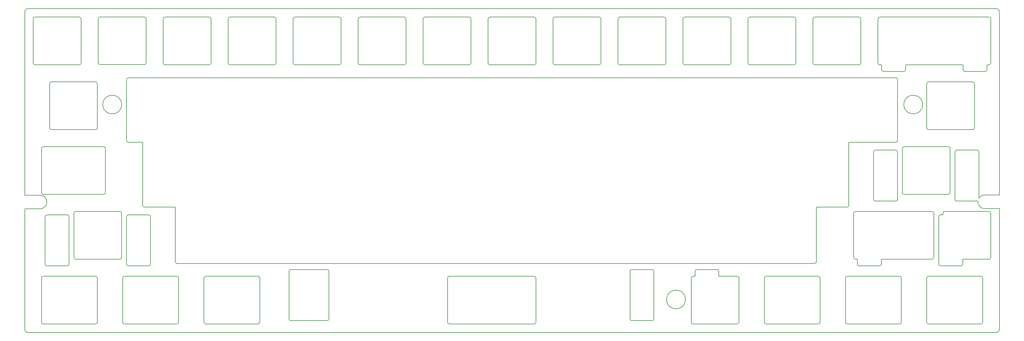
<source format=gbr>
G04 #@! TF.GenerationSoftware,KiCad,Pcbnew,(5.1.4)-1*
G04 #@! TF.CreationDate,2020-12-24T00:10:24-08:00*
G04 #@! TF.ProjectId,Nodu_Plate,4e6f6475-5f50-46c6-9174-652e6b696361,rev?*
G04 #@! TF.SameCoordinates,Original*
G04 #@! TF.FileFunction,Profile,NP*
%FSLAX46Y46*%
G04 Gerber Fmt 4.6, Leading zero omitted, Abs format (unit mm)*
G04 Created by KiCad (PCBNEW (5.1.4)-1) date 2020-12-24 00:10:24*
%MOMM*%
%LPD*%
G04 APERTURE LIST*
%ADD10C,0.200000*%
G04 APERTURE END LIST*
D10*
X260980750Y-68275000D02*
X260980749Y-54275000D01*
X261480749Y-68774999D02*
G75*
G02X260980750Y-68275000I0J499999D01*
G01*
X267480750Y-68775000D02*
X261480750Y-68775000D01*
X267980751Y-68274999D02*
G75*
G02X267480750Y-68775000I-500001J0D01*
G01*
X267980750Y-54275000D02*
X267980750Y-68275000D01*
X267480751Y-53774999D02*
G75*
G02X267980750Y-54275000I-1J-500000D01*
G01*
X261480750Y-53775000D02*
X267480750Y-53775000D01*
X260980750Y-54275000D02*
G75*
G02X261480750Y-53775000I500000J0D01*
G01*
X41969250Y-87325000D02*
X41969249Y-73325000D01*
X42469250Y-87824998D02*
G75*
G02X41969250Y-87325000I-1J499999D01*
G01*
X48469250Y-87825000D02*
X42469250Y-87824999D01*
X48969250Y-87325000D02*
G75*
G02X48469250Y-87825000I-500000J0D01*
G01*
X48969250Y-73325000D02*
X48969250Y-87325000D01*
X48469250Y-72825000D02*
G75*
G02X48969250Y-73325000I0J-500000D01*
G01*
X42469250Y-72825000D02*
X48469250Y-72825000D01*
X41969249Y-73324999D02*
G75*
G02X42469250Y-72825000I500000J-1D01*
G01*
X167025000Y-28174999D02*
X167025000Y-15175000D01*
X167525000Y-28674999D02*
G75*
G02X167025000Y-28174999I0J500000D01*
G01*
X180525000Y-28675000D02*
X167525000Y-28675000D01*
X181025000Y-28174998D02*
G75*
G02X180525000Y-28675000I-500001J-1D01*
G01*
X181025000Y-15175000D02*
X181025000Y-28174999D01*
X180525001Y-14674999D02*
G75*
G02X181025000Y-15175000I-1J-500000D01*
G01*
X167525000Y-14675000D02*
X180525000Y-14674999D01*
X167025000Y-15175000D02*
G75*
G02X167525000Y-14675000I500000J0D01*
G01*
X18093250Y-87325000D02*
X18093250Y-73325000D01*
X18593249Y-87824999D02*
G75*
G02X18093250Y-87325000I0J499999D01*
G01*
X24593250Y-87825000D02*
X18593250Y-87825000D01*
X25093250Y-87325000D02*
G75*
G02X24593250Y-87825000I-500000J0D01*
G01*
X25093250Y-73325000D02*
X25093250Y-87325000D01*
X24593250Y-72825000D02*
G75*
G02X25093250Y-73325000I0J-500000D01*
G01*
X18593250Y-72825000D02*
X24593249Y-72825000D01*
X18093250Y-73325000D02*
G75*
G02X18593250Y-72825000I500000J0D01*
G01*
X52725000Y-28174999D02*
X52725000Y-15175000D01*
X53224999Y-28674998D02*
G75*
G02X52725000Y-28174999I0J499999D01*
G01*
X66225000Y-28675000D02*
X53225000Y-28674999D01*
X66725000Y-28175000D02*
G75*
G02X66225000Y-28675000I-500000J0D01*
G01*
X66725000Y-15175000D02*
X66725000Y-28174999D01*
X66225001Y-14674999D02*
G75*
G02X66725000Y-15175000I-1J-500000D01*
G01*
X53225000Y-14675000D02*
X66225000Y-14675000D01*
X52725000Y-15175000D02*
G75*
G02X53225000Y-14675000I500000J0D01*
G01*
X276562499Y-47225000D02*
X276562499Y-34225000D01*
X277062499Y-47725000D02*
G75*
G02X276562499Y-47225000I0J500000D01*
G01*
X290062500Y-47725000D02*
X277062499Y-47725000D01*
X290562500Y-47224998D02*
G75*
G02X290062500Y-47725000I-500001J-1D01*
G01*
X290562500Y-34225000D02*
X290562500Y-47225000D01*
X290062500Y-33725000D02*
G75*
G02X290562500Y-34225000I0J-500000D01*
G01*
X277062499Y-33725000D02*
X290062500Y-33724999D01*
X276562499Y-34225000D02*
G75*
G02X277062499Y-33725000I500000J0D01*
G01*
X71775000Y-28174999D02*
X71775000Y-15175000D01*
X72274999Y-28675000D02*
G75*
G02X71775000Y-28174999I1J500000D01*
G01*
X85275000Y-28675000D02*
X72274999Y-28675000D01*
X85775001Y-28174999D02*
G75*
G02X85275000Y-28675000I-500001J0D01*
G01*
X85775000Y-15175000D02*
X85775000Y-28174999D01*
X85274999Y-14674999D02*
G75*
G02X85775000Y-15175000I0J-500001D01*
G01*
X72275000Y-14675000D02*
X85274999Y-14675000D01*
X71775001Y-15174999D02*
G75*
G02X72275000Y-14675000I499999J0D01*
G01*
X293550000Y-70971250D02*
G75*
G02X291564637Y-68729733I1J2000000D01*
G01*
X297850000Y-70971250D02*
X293550001Y-70971250D01*
X297850000Y-106399999D02*
X297850000Y-70971250D01*
X297850000Y-106400000D02*
G75*
G02X296850000Y-107400000I-1000000J0D01*
G01*
X13100000Y-107400000D02*
X296850000Y-107400000D01*
X13100001Y-107399999D02*
G75*
G02X12100000Y-106400000I-1J1000000D01*
G01*
X12100000Y-71025000D02*
X12100000Y-106400000D01*
X16600001Y-71025000D02*
X12100000Y-71025000D01*
X16599999Y-67025000D02*
G75*
G02X16600001Y-71025000I1J-2000000D01*
G01*
X12100000Y-67025000D02*
X16600000Y-67025000D01*
X12100000Y-13149999D02*
X12100000Y-67025000D01*
X12100000Y-13149998D02*
G75*
G02X13100000Y-12150000I999999J-1D01*
G01*
X296850000Y-12150000D02*
X13100000Y-12150000D01*
X296849999Y-12150000D02*
G75*
G02X297850000Y-13149999I1J-1000000D01*
G01*
X297850000Y-66971250D02*
X297850000Y-13149999D01*
X293550001Y-66971250D02*
X297850000Y-66971250D01*
X291856750Y-67906872D02*
G75*
G02X293550001Y-66971250I1693251J-1064378D01*
G01*
X291856750Y-54275000D02*
X291856750Y-67906871D01*
X291356751Y-53774999D02*
G75*
G02X291856750Y-54275000I-1J-500000D01*
G01*
X285356750Y-53775000D02*
X291356750Y-53775000D01*
X284856750Y-54275000D02*
G75*
G02X285356750Y-53775000I500000J0D01*
G01*
X284856750Y-68275000D02*
X284856750Y-54275000D01*
X285356749Y-68774999D02*
G75*
G02X284856750Y-68275000I0J499999D01*
G01*
X291356750Y-68775000D02*
X285356750Y-68775000D01*
X291564637Y-68729734D02*
G75*
G02X291356750Y-68775000I-207887J454734D01*
G01*
X128925000Y-28174999D02*
X128924999Y-15175000D01*
X129424999Y-28675000D02*
G75*
G02X128925000Y-28174999I1J500000D01*
G01*
X142424999Y-28675000D02*
X129425000Y-28675000D01*
X142924999Y-28175000D02*
G75*
G02X142424999Y-28675000I-500000J0D01*
G01*
X142924999Y-15175000D02*
X142924999Y-28174999D01*
X142425000Y-14674999D02*
G75*
G02X142924999Y-15175000I-1J-500000D01*
G01*
X129425000Y-14675000D02*
X142424999Y-14674999D01*
X128924999Y-15174999D02*
G75*
G02X129425000Y-14675000I500000J-1D01*
G01*
X147975000Y-28174999D02*
X147975000Y-15175000D01*
X148475000Y-28674999D02*
G75*
G02X147975000Y-28174999I0J500000D01*
G01*
X161475000Y-28675000D02*
X148475000Y-28675000D01*
X161975000Y-28175000D02*
G75*
G02X161475000Y-28675000I-500000J0D01*
G01*
X161975000Y-15175000D02*
X161975000Y-28174999D01*
X161475001Y-14674999D02*
G75*
G02X161975000Y-15175000I-1J-500000D01*
G01*
X148475000Y-14675000D02*
X161475000Y-14674999D01*
X147975000Y-15175000D02*
G75*
G02X148475000Y-14675000I500000J0D01*
G01*
X110375000Y-14675000D02*
X123375000Y-14674999D01*
X109874999Y-15174999D02*
G75*
G02X110375000Y-14675000I500000J-1D01*
G01*
X109875000Y-28174999D02*
X109874999Y-15175000D01*
X110374999Y-28675000D02*
G75*
G02X109875000Y-28174999I1J500000D01*
G01*
X123375000Y-28675000D02*
X110375000Y-28675000D01*
X123875000Y-28175000D02*
G75*
G02X123375000Y-28675000I-500000J0D01*
G01*
X123875000Y-15175000D02*
X123875000Y-28174999D01*
X123375000Y-14675000D02*
G75*
G02X123875000Y-15175000I0J-500000D01*
G01*
X90825000Y-28174999D02*
X90825000Y-15175000D01*
X91324999Y-28675000D02*
G75*
G02X90825000Y-28174999I1J500000D01*
G01*
X104325000Y-28675000D02*
X91325000Y-28675000D01*
X104825000Y-28175000D02*
G75*
G02X104325000Y-28675000I-500000J0D01*
G01*
X104825000Y-15175000D02*
X104825000Y-28174999D01*
X104325000Y-14675000D02*
G75*
G02X104825000Y-15175000I0J-500000D01*
G01*
X91325000Y-14675000D02*
X104325000Y-14674999D01*
X90825001Y-15174999D02*
G75*
G02X91325000Y-14675000I499999J0D01*
G01*
X269418750Y-66275000D02*
X269418749Y-53275000D01*
X269918749Y-66774999D02*
G75*
G02X269418750Y-66275000I0J499999D01*
G01*
X282918750Y-66775000D02*
X269918750Y-66775000D01*
X283418750Y-66274998D02*
G75*
G02X282918750Y-66775000I-500001J-1D01*
G01*
X283418750Y-53275000D02*
X283418750Y-66275000D01*
X282918751Y-52774999D02*
G75*
G02X283418750Y-53275000I-1J-500000D01*
G01*
X269918750Y-52775000D02*
X282918750Y-52775000D01*
X269418750Y-53275000D02*
G75*
G02X269918750Y-52775000I500000J0D01*
G01*
X243725000Y-14675000D02*
X256725000Y-14674999D01*
X243225000Y-15175000D02*
G75*
G02X243725000Y-14675000I500000J0D01*
G01*
X243225000Y-28174999D02*
X243225000Y-15175000D01*
X243724998Y-28674999D02*
G75*
G02X243225000Y-28174999I1J499999D01*
G01*
X256725000Y-28675000D02*
X243725000Y-28674999D01*
X257225001Y-28174999D02*
G75*
G02X256725000Y-28675000I-500001J0D01*
G01*
X257225000Y-15175000D02*
X257225000Y-28174999D01*
X256725001Y-14674999D02*
G75*
G02X257225000Y-15175000I-1J-500000D01*
G01*
X19387500Y-47225000D02*
X19387500Y-34224999D01*
X19887500Y-47725000D02*
G75*
G02X19387500Y-47225000I0J500000D01*
G01*
X32887500Y-47725000D02*
X19887499Y-47725000D01*
X33387500Y-47225000D02*
G75*
G02X32887500Y-47725000I-500000J0D01*
G01*
X33387500Y-34225000D02*
X33387500Y-47225000D01*
X32887500Y-33725000D02*
G75*
G02X33387500Y-34225000I0J-500000D01*
G01*
X19887500Y-33725000D02*
X32887499Y-33725000D01*
X19387499Y-34224999D02*
G75*
G02X19887500Y-33725000I500000J-1D01*
G01*
X33675000Y-28125000D02*
X33675000Y-15125000D01*
X34175000Y-28625000D02*
G75*
G02X33675000Y-28125000I0J500000D01*
G01*
X47175000Y-28625000D02*
X34174999Y-28625000D01*
X47675000Y-28125000D02*
G75*
G02X47175000Y-28625000I-500000J0D01*
G01*
X47675000Y-15125000D02*
X47675000Y-28125000D01*
X47175000Y-14625000D02*
G75*
G02X47675000Y-15125000I0J-500000D01*
G01*
X34175000Y-14625000D02*
X47175000Y-14625000D01*
X33675000Y-15125000D02*
G75*
G02X34175000Y-14625000I500000J0D01*
G01*
X196068750Y-103875000D02*
X190068750Y-103875000D01*
X196568751Y-103374999D02*
G75*
G02X196068750Y-103875000I-500001J0D01*
G01*
X196568750Y-89375000D02*
X196568750Y-103375000D01*
X196068751Y-88874999D02*
G75*
G02X196568750Y-89375000I-1J-500000D01*
G01*
X190068750Y-88875000D02*
X196068750Y-88875000D01*
X189568749Y-89374999D02*
G75*
G02X190068750Y-88875000I500000J-1D01*
G01*
X189568750Y-103375000D02*
X189568749Y-89375000D01*
X190068751Y-103874999D02*
G75*
G02X189568750Y-103375000I-1J500000D01*
G01*
X277062499Y-90875000D02*
X292443750Y-90875000D01*
X276562499Y-91375000D02*
G75*
G02X277062499Y-90875000I500000J0D01*
G01*
X276562499Y-104375000D02*
X276562499Y-91375000D01*
X277062499Y-104875000D02*
G75*
G02X276562499Y-104375000I0J500000D01*
G01*
X292443750Y-104875000D02*
X277062499Y-104875000D01*
X292943750Y-104375000D02*
G75*
G02X292443750Y-104875000I-500000J0D01*
G01*
X292943750Y-91375000D02*
X292943750Y-104375000D01*
X292443751Y-90874999D02*
G75*
G02X292943750Y-91375000I-1J-500000D01*
G01*
X252750000Y-91375000D02*
G75*
G02X253250000Y-90875000I500000J0D01*
G01*
X268631250Y-90875000D02*
X253250000Y-90875000D01*
X268631250Y-90875000D02*
G75*
G02X269131250Y-91375000I0J-500000D01*
G01*
X269131250Y-104375000D02*
X269131250Y-91375000D01*
X269131251Y-104374999D02*
G75*
G02X268631250Y-104875000I-500001J0D01*
G01*
X253250000Y-104875000D02*
X268631250Y-104875000D01*
X253250000Y-104875000D02*
G75*
G02X252750000Y-104375000I0J500000D01*
G01*
X252750000Y-91375000D02*
X252750000Y-104375000D01*
X41318750Y-90875000D02*
X56699999Y-90875000D01*
X40818749Y-91374999D02*
G75*
G02X41318750Y-90875000I500000J-1D01*
G01*
X40818750Y-104375000D02*
X40818749Y-91375000D01*
X41318749Y-104874999D02*
G75*
G02X40818750Y-104375000I0J499999D01*
G01*
X56700000Y-104875000D02*
X41318750Y-104875000D01*
X57200000Y-104375000D02*
G75*
G02X56700000Y-104875000I-500000J0D01*
G01*
X57199999Y-91375000D02*
X57200000Y-104375000D01*
X56699999Y-90875000D02*
G75*
G02X57199999Y-91375000I0J-500000D01*
G01*
X26531250Y-85325000D02*
X26531249Y-72325000D01*
X27031250Y-85825000D02*
G75*
G02X26531250Y-85325000I0J500000D01*
G01*
X40031250Y-85825000D02*
X27031249Y-85825000D01*
X40531250Y-85325000D02*
G75*
G02X40031250Y-85825000I-500000J0D01*
G01*
X40531250Y-72325000D02*
X40531250Y-85325000D01*
X40031250Y-71825000D02*
G75*
G02X40531250Y-72325000I0J-500000D01*
G01*
X27031250Y-71825000D02*
X40031250Y-71825000D01*
X26531249Y-72324999D02*
G75*
G02X27031250Y-71825000I500000J-1D01*
G01*
X262275000Y-15175000D02*
G75*
G02X262775000Y-14675000I500000J0D01*
G01*
X294825000Y-14675000D02*
X262775000Y-14675000D01*
X294825001Y-14674999D02*
G75*
G02X295325000Y-15175000I-1J-500000D01*
G01*
X295325000Y-28174999D02*
X295325000Y-15175000D01*
X295325001Y-28174999D02*
G75*
G02X294825000Y-28675000I-500001J0D01*
G01*
X294238000Y-28674999D02*
X294825000Y-28675000D01*
X294238000Y-30175000D02*
X294238000Y-28674999D01*
X294238001Y-30174999D02*
G75*
G02X293738000Y-30675000I-500001J0D01*
G01*
X287738000Y-30675000D02*
X293738000Y-30675000D01*
X287738001Y-30674999D02*
G75*
G02X287238000Y-30175000I-1J500000D01*
G01*
X287238000Y-28674999D02*
X287238000Y-30175000D01*
X270362000Y-28674999D02*
X287238000Y-28674999D01*
X270362000Y-30175000D02*
X270362000Y-28674999D01*
X270362001Y-30174999D02*
G75*
G02X269862000Y-30675000I-500001J0D01*
G01*
X263862000Y-30675000D02*
X269862000Y-30675000D01*
X263861999Y-30674999D02*
G75*
G02X263362000Y-30175000I0J499999D01*
G01*
X263362000Y-28674999D02*
X263362000Y-30175000D01*
X262775000Y-28674999D02*
X263362000Y-28674999D01*
X262774998Y-28674999D02*
G75*
G02X262275000Y-28174999I1J499999D01*
G01*
X262275000Y-15175000D02*
X262275000Y-28174999D01*
X136568750Y-90875000D02*
X161475000Y-90874999D01*
X136068750Y-91374998D02*
G75*
G02X136568750Y-90875000I499999J-1D01*
G01*
X136068750Y-104375000D02*
X136068750Y-91375000D01*
X136568751Y-104874999D02*
G75*
G02X136068750Y-104375000I-1J500000D01*
G01*
X161475000Y-104875000D02*
X136568750Y-104875000D01*
X161975000Y-104375000D02*
G75*
G02X161475000Y-104875000I-500000J0D01*
G01*
X161975000Y-91375000D02*
X161975000Y-104375000D01*
X161475000Y-90875000D02*
G75*
G02X161975000Y-91375000I0J-500000D01*
G01*
X224175000Y-28174999D02*
X224175000Y-15175000D01*
X224674998Y-28674999D02*
G75*
G02X224175000Y-28174999I1J499999D01*
G01*
X237675000Y-28675000D02*
X224675000Y-28674999D01*
X238175001Y-28174999D02*
G75*
G02X237675000Y-28675000I-500001J0D01*
G01*
X238175000Y-15175000D02*
X238175000Y-28174999D01*
X237675001Y-14674999D02*
G75*
G02X238175000Y-15175000I-1J-500000D01*
G01*
X224675000Y-14675000D02*
X237675000Y-14674999D01*
X224175000Y-15175000D02*
G75*
G02X224675000Y-14675000I500000J0D01*
G01*
X280094250Y-73325000D02*
G75*
G02X280594250Y-72825000I500000J0D01*
G01*
X281325000Y-72825000D02*
X280594250Y-72825000D01*
X281325000Y-72325000D02*
X281325000Y-72825000D01*
X281325000Y-72325000D02*
G75*
G02X281825000Y-71825000I500000J0D01*
G01*
X294825000Y-71825000D02*
X281825000Y-71825000D01*
X294825001Y-71824999D02*
G75*
G02X295325000Y-72325000I-1J-500000D01*
G01*
X295325000Y-85325000D02*
X295325000Y-72325000D01*
X295325001Y-85324999D02*
G75*
G02X294825000Y-85825000I-500001J0D01*
G01*
X287094250Y-85825000D02*
X294825000Y-85825000D01*
X287094250Y-87325000D02*
X287094250Y-85825000D01*
X287094251Y-87324999D02*
G75*
G02X286594250Y-87825000I-500001J0D01*
G01*
X280594250Y-87825000D02*
X286594250Y-87825000D01*
X280594250Y-87825000D02*
G75*
G02X280094250Y-87325000I0J500000D01*
G01*
X280094250Y-73325000D02*
X280094250Y-87325000D01*
X101325000Y-103375000D02*
G75*
G02X100825000Y-103875000I-500000J0D01*
G01*
X90068750Y-103875000D02*
X100825000Y-103875000D01*
X90068749Y-103874999D02*
G75*
G02X89568750Y-103375000I0J499999D01*
G01*
X89568750Y-89375000D02*
X89568750Y-103375000D01*
X89568750Y-89374998D02*
G75*
G02X90068750Y-88875000I499999J-1D01*
G01*
X100825000Y-88875000D02*
X90068750Y-88875000D01*
X100825000Y-88875000D02*
G75*
G02X101325000Y-89375000I0J-500000D01*
G01*
X101325000Y-103375000D02*
X101325000Y-89375000D01*
X17506249Y-52775000D02*
X35268750Y-52775000D01*
X17006250Y-53275001D02*
G75*
G02X17506249Y-52775000I500000J1D01*
G01*
X17006250Y-66275000D02*
X17006250Y-53275000D01*
X17506249Y-66774999D02*
G75*
G02X17006250Y-66275000I0J499999D01*
G01*
X35268750Y-66775000D02*
X17506249Y-66775000D01*
X35768750Y-66275000D02*
G75*
G02X35268750Y-66775000I-500000J0D01*
G01*
X35768750Y-53275000D02*
X35768750Y-66275000D01*
X35268750Y-52775000D02*
G75*
G02X35768750Y-53275000I0J-500000D01*
G01*
X205125000Y-28174999D02*
X205124999Y-15175000D01*
X205624999Y-28675000D02*
G75*
G02X205125000Y-28174999I1J500000D01*
G01*
X218625000Y-28675000D02*
X205625000Y-28675000D01*
X219125000Y-28174998D02*
G75*
G02X218625000Y-28675000I-500001J-1D01*
G01*
X219125000Y-15175000D02*
X219125000Y-28174999D01*
X218625001Y-14674999D02*
G75*
G02X219125000Y-15175000I-1J-500000D01*
G01*
X205625000Y-14675000D02*
X218625000Y-14674999D01*
X205125000Y-15175000D02*
G75*
G02X205625000Y-14675000I500000J0D01*
G01*
X15125000Y-14675000D02*
X28124999Y-14674999D01*
X14625000Y-15175000D02*
G75*
G02X15125000Y-14675000I500000J0D01*
G01*
X14625000Y-28174999D02*
X14625000Y-15175000D01*
X15125000Y-28674999D02*
G75*
G02X14625000Y-28174999I0J500000D01*
G01*
X28124999Y-28675000D02*
X15124999Y-28675000D01*
X28625000Y-28174999D02*
G75*
G02X28124999Y-28675000I-500001J0D01*
G01*
X28625000Y-15175000D02*
X28625000Y-28174999D01*
X28124999Y-14674999D02*
G75*
G02X28625000Y-15175000I0J-500001D01*
G01*
X275350001Y-40374999D02*
G75*
G03X275350001Y-40374999I-2750000J0D01*
G01*
X40500002Y-40374999D02*
G75*
G03X40500002Y-40374999I-2750000J0D01*
G01*
X186075000Y-28174999D02*
X186074999Y-15175000D01*
X186574999Y-28675000D02*
G75*
G02X186075000Y-28174999I1J500000D01*
G01*
X199575000Y-28675000D02*
X186575000Y-28675000D01*
X200075001Y-28174999D02*
G75*
G02X199575000Y-28675000I-500001J0D01*
G01*
X200075000Y-15175000D02*
X200075000Y-28174999D01*
X199575001Y-14674999D02*
G75*
G02X200075000Y-15175000I-1J-500000D01*
G01*
X186575000Y-14675000D02*
X199575000Y-14674999D01*
X186075000Y-15175000D02*
G75*
G02X186575000Y-14675000I500000J0D01*
G01*
X65131250Y-90875000D02*
X80512500Y-90875000D01*
X64631250Y-91375000D02*
G75*
G02X65131250Y-90875000I500000J0D01*
G01*
X64631250Y-104375000D02*
X64631250Y-91375000D01*
X65131250Y-104875000D02*
G75*
G02X64631250Y-104375000I0J500000D01*
G01*
X80512500Y-104875000D02*
X65131250Y-104875000D01*
X81012500Y-104374998D02*
G75*
G02X80512500Y-104875000I-500001J-1D01*
G01*
X81012500Y-91375000D02*
X81012500Y-104375000D01*
X80512500Y-90875000D02*
G75*
G02X81012500Y-91375000I0J-500000D01*
G01*
X205800001Y-97675000D02*
G75*
G03X205800001Y-97675000I-2750000J0D01*
G01*
X229437500Y-90875000D02*
X244818750Y-90875000D01*
X228937500Y-91375000D02*
G75*
G02X229437500Y-90875000I500000J0D01*
G01*
X228937500Y-104375000D02*
X228937500Y-91375000D01*
X229437500Y-104875000D02*
G75*
G02X228937500Y-104375000I0J500000D01*
G01*
X244818750Y-104875000D02*
X229437500Y-104875000D01*
X245318750Y-104375000D02*
G75*
G02X244818750Y-104875000I-500000J0D01*
G01*
X245318750Y-91375000D02*
X245318750Y-104375000D01*
X244818751Y-90874999D02*
G75*
G02X245318750Y-91375000I-1J-500000D01*
G01*
X209125000Y-88875000D02*
X215125000Y-88875000D01*
X208625000Y-89374998D02*
G75*
G02X209125000Y-88875000I499999J-1D01*
G01*
X208625000Y-90875000D02*
X208624999Y-89375000D01*
X208006250Y-90875000D02*
X208625000Y-90875000D01*
X207506250Y-91375000D02*
G75*
G02X208006250Y-90875000I500000J0D01*
G01*
X207506250Y-104375000D02*
X207506250Y-91375000D01*
X208006250Y-104875000D02*
G75*
G02X207506250Y-104375000I0J500000D01*
G01*
X221006250Y-104875000D02*
X208006250Y-104875000D01*
X221506250Y-104375000D02*
G75*
G02X221006250Y-104875000I-500000J0D01*
G01*
X221506250Y-91375000D02*
X221506249Y-104375000D01*
X221006251Y-90874999D02*
G75*
G02X221506250Y-91375000I-1J-500000D01*
G01*
X215625000Y-90875000D02*
X221006250Y-90875000D01*
X215625000Y-89375000D02*
X215625000Y-90875000D01*
X215125001Y-88874999D02*
G75*
G02X215625000Y-89375000I-1J-500000D01*
G01*
X17506249Y-90875000D02*
X32887500Y-90875000D01*
X17006250Y-91375001D02*
G75*
G02X17506249Y-90875000I500000J1D01*
G01*
X17006250Y-104375000D02*
X17006250Y-91375000D01*
X17506250Y-104875000D02*
G75*
G02X17006250Y-104375000I0J500000D01*
G01*
X32887500Y-104875000D02*
X17506249Y-104875000D01*
X33387499Y-104374999D02*
G75*
G02X32887500Y-104875000I-500000J-1D01*
G01*
X33387500Y-91375000D02*
X33387500Y-104375000D01*
X32887500Y-90875000D02*
G75*
G02X33387500Y-91375000I0J-500000D01*
G01*
X255131250Y-72325000D02*
G75*
G02X255631250Y-71825000I500000J0D01*
G01*
X278156249Y-71825000D02*
X255631250Y-71825000D01*
X278156251Y-71825000D02*
G75*
G02X278656249Y-72325000I-1J-499999D01*
G01*
X278656249Y-85325000D02*
X278656249Y-72325000D01*
X278656250Y-85324999D02*
G75*
G02X278156249Y-85825000I-500001J0D01*
G01*
X263218250Y-85825000D02*
X278156249Y-85825000D01*
X263218250Y-87325000D02*
X263218250Y-85825000D01*
X263218250Y-87324998D02*
G75*
G02X262718250Y-87825000I-500001J-1D01*
G01*
X256718250Y-87825000D02*
X262718250Y-87825000D01*
X256718249Y-87824999D02*
G75*
G02X256218250Y-87325000I0J499999D01*
G01*
X256218250Y-85825000D02*
X256218250Y-87325000D01*
X255631250Y-85825000D02*
X256218250Y-85825000D01*
X255631249Y-85824999D02*
G75*
G02X255131250Y-85325000I0J499999D01*
G01*
X255131250Y-72325000D02*
X255131250Y-85325000D01*
X268000000Y-51000000D02*
G75*
G02X267500000Y-51500000I-500000J0D01*
G01*
X253712500Y-51500000D02*
X267500000Y-51500000D01*
X253712500Y-70050000D02*
X253712500Y-51500000D01*
X253712500Y-70050000D02*
G75*
G02X253212500Y-70550000I-500000J0D01*
G01*
X244187500Y-70550000D02*
X253212500Y-70550000D01*
X244187500Y-86575000D02*
X244187500Y-70550000D01*
X244187500Y-86575000D02*
G75*
G02X243687500Y-87075000I-500000J0D01*
G01*
X56737500Y-87075000D02*
X243687500Y-87075000D01*
X56737499Y-87074999D02*
G75*
G02X56237500Y-86575000I0J499999D01*
G01*
X56237500Y-70550000D02*
X56237500Y-86575000D01*
X47212500Y-70550000D02*
X56237500Y-70550000D01*
X47212500Y-70550000D02*
G75*
G02X46712500Y-70050000I0J500000D01*
G01*
X46712500Y-51500000D02*
X46712500Y-70050000D01*
X42450000Y-51500000D02*
X46712500Y-51500000D01*
X42450000Y-51499999D02*
G75*
G02X41950000Y-50999999I0J500000D01*
G01*
X41950000Y-32975000D02*
X41950000Y-50999999D01*
X41950000Y-32975000D02*
G75*
G02X42450000Y-32475000I500000J0D01*
G01*
X267500000Y-32475000D02*
X42450000Y-32475000D01*
X267500001Y-32474999D02*
G75*
G02X268000000Y-32975000I-1J-500000D01*
G01*
X268000000Y-51000000D02*
X268000000Y-32975000D01*
M02*

</source>
